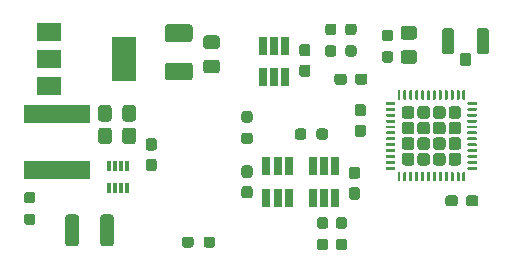
<source format=gbr>
%TF.GenerationSoftware,KiCad,Pcbnew,(5.1.9)-1*%
%TF.CreationDate,2021-05-08T20:51:41+01:00*%
%TF.ProjectId,TSDZ2-ESP32-Alt,5453445a-322d-4455-9350-33322d416c74,A*%
%TF.SameCoordinates,Original*%
%TF.FileFunction,Paste,Top*%
%TF.FilePolarity,Positive*%
%FSLAX46Y46*%
G04 Gerber Fmt 4.6, Leading zero omitted, Abs format (unit mm)*
G04 Created by KiCad (PCBNEW (5.1.9)-1) date 2021-05-08 20:51:41*
%MOMM*%
%LPD*%
G01*
G04 APERTURE LIST*
%ADD10R,2.000000X1.500000*%
%ADD11R,2.000000X3.800000*%
%ADD12R,0.650000X1.560000*%
%ADD13R,0.300000X0.850000*%
%ADD14R,5.700000X1.600000*%
G04 APERTURE END LIST*
D10*
%TO.C,U2*%
X132550000Y-89500000D03*
X132550000Y-94100000D03*
X132550000Y-91800000D03*
D11*
X138850000Y-91800000D03*
%TD*%
%TO.C,R9*%
G36*
G01*
X130662500Y-104875000D02*
X131137500Y-104875000D01*
G75*
G02*
X131375000Y-105112500I0J-237500D01*
G01*
X131375000Y-105612500D01*
G75*
G02*
X131137500Y-105850000I-237500J0D01*
G01*
X130662500Y-105850000D01*
G75*
G02*
X130425000Y-105612500I0J237500D01*
G01*
X130425000Y-105112500D01*
G75*
G02*
X130662500Y-104875000I237500J0D01*
G01*
G37*
G36*
G01*
X130662500Y-103050000D02*
X131137500Y-103050000D01*
G75*
G02*
X131375000Y-103287500I0J-237500D01*
G01*
X131375000Y-103787500D01*
G75*
G02*
X131137500Y-104025000I-237500J0D01*
G01*
X130662500Y-104025000D01*
G75*
G02*
X130425000Y-103787500I0J237500D01*
G01*
X130425000Y-103287500D01*
G75*
G02*
X130662500Y-103050000I237500J0D01*
G01*
G37*
%TD*%
%TO.C,R8*%
G36*
G01*
X149537500Y-97175000D02*
X149062500Y-97175000D01*
G75*
G02*
X148825000Y-96937500I0J237500D01*
G01*
X148825000Y-96437500D01*
G75*
G02*
X149062500Y-96200000I237500J0D01*
G01*
X149537500Y-96200000D01*
G75*
G02*
X149775000Y-96437500I0J-237500D01*
G01*
X149775000Y-96937500D01*
G75*
G02*
X149537500Y-97175000I-237500J0D01*
G01*
G37*
G36*
G01*
X149537500Y-99000000D02*
X149062500Y-99000000D01*
G75*
G02*
X148825000Y-98762500I0J237500D01*
G01*
X148825000Y-98262500D01*
G75*
G02*
X149062500Y-98025000I237500J0D01*
G01*
X149537500Y-98025000D01*
G75*
G02*
X149775000Y-98262500I0J-237500D01*
G01*
X149775000Y-98762500D01*
G75*
G02*
X149537500Y-99000000I-237500J0D01*
G01*
G37*
%TD*%
%TO.C,J1*%
G36*
G01*
X167300000Y-92200000D02*
X167300000Y-91450000D01*
G75*
G02*
X167450000Y-91300000I150000J0D01*
G01*
X168150000Y-91300000D01*
G75*
G02*
X168300000Y-91450000I0J-150000D01*
G01*
X168300000Y-92200000D01*
G75*
G02*
X168150000Y-92350000I-150000J0D01*
G01*
X167450000Y-92350000D01*
G75*
G02*
X167300000Y-92200000I0J150000D01*
G01*
G37*
G36*
G01*
X165800000Y-91242500D02*
X165800000Y-89357500D01*
G75*
G02*
X165957500Y-89200000I157500J0D01*
G01*
X166692500Y-89200000D01*
G75*
G02*
X166850000Y-89357500I0J-157500D01*
G01*
X166850000Y-91242500D01*
G75*
G02*
X166692500Y-91400000I-157500J0D01*
G01*
X165957500Y-91400000D01*
G75*
G02*
X165800000Y-91242500I0J157500D01*
G01*
G37*
G36*
G01*
X168750000Y-91242500D02*
X168750000Y-89357500D01*
G75*
G02*
X168907500Y-89200000I157500J0D01*
G01*
X169642500Y-89200000D01*
G75*
G02*
X169800000Y-89357500I0J-157500D01*
G01*
X169800000Y-91242500D01*
G75*
G02*
X169642500Y-91400000I-157500J0D01*
G01*
X168907500Y-91400000D01*
G75*
G02*
X168750000Y-91242500I0J157500D01*
G01*
G37*
%TD*%
D12*
%TO.C,U8*%
X155800000Y-103550000D03*
X156750000Y-103550000D03*
X154850000Y-103550000D03*
X154850000Y-100850000D03*
X155800000Y-100850000D03*
X156750000Y-100850000D03*
%TD*%
%TO.C,U4*%
X151900000Y-100850000D03*
X150950000Y-100850000D03*
X152850000Y-100850000D03*
X152850000Y-103550000D03*
X151900000Y-103550000D03*
X150950000Y-103550000D03*
%TD*%
%TO.C,C2*%
G36*
G01*
X149062500Y-102550000D02*
X149537500Y-102550000D01*
G75*
G02*
X149775000Y-102787500I0J-237500D01*
G01*
X149775000Y-103362500D01*
G75*
G02*
X149537500Y-103600000I-237500J0D01*
G01*
X149062500Y-103600000D01*
G75*
G02*
X148825000Y-103362500I0J237500D01*
G01*
X148825000Y-102787500D01*
G75*
G02*
X149062500Y-102550000I237500J0D01*
G01*
G37*
G36*
G01*
X149062500Y-100800000D02*
X149537500Y-100800000D01*
G75*
G02*
X149775000Y-101037500I0J-237500D01*
G01*
X149775000Y-101612500D01*
G75*
G02*
X149537500Y-101850000I-237500J0D01*
G01*
X149062500Y-101850000D01*
G75*
G02*
X148825000Y-101612500I0J237500D01*
G01*
X148825000Y-101037500D01*
G75*
G02*
X149062500Y-100800000I237500J0D01*
G01*
G37*
%TD*%
%TO.C,R7*%
G36*
G01*
X155462500Y-107025000D02*
X155937500Y-107025000D01*
G75*
G02*
X156175000Y-107262500I0J-237500D01*
G01*
X156175000Y-107762500D01*
G75*
G02*
X155937500Y-108000000I-237500J0D01*
G01*
X155462500Y-108000000D01*
G75*
G02*
X155225000Y-107762500I0J237500D01*
G01*
X155225000Y-107262500D01*
G75*
G02*
X155462500Y-107025000I237500J0D01*
G01*
G37*
G36*
G01*
X155462500Y-105200000D02*
X155937500Y-105200000D01*
G75*
G02*
X156175000Y-105437500I0J-237500D01*
G01*
X156175000Y-105937500D01*
G75*
G02*
X155937500Y-106175000I-237500J0D01*
G01*
X155462500Y-106175000D01*
G75*
G02*
X155225000Y-105937500I0J237500D01*
G01*
X155225000Y-105437500D01*
G75*
G02*
X155462500Y-105200000I237500J0D01*
G01*
G37*
%TD*%
%TO.C,C14*%
G36*
G01*
X158637500Y-101950000D02*
X158162500Y-101950000D01*
G75*
G02*
X157925000Y-101712500I0J237500D01*
G01*
X157925000Y-101137500D01*
G75*
G02*
X158162500Y-100900000I237500J0D01*
G01*
X158637500Y-100900000D01*
G75*
G02*
X158875000Y-101137500I0J-237500D01*
G01*
X158875000Y-101712500D01*
G75*
G02*
X158637500Y-101950000I-237500J0D01*
G01*
G37*
G36*
G01*
X158637500Y-103700000D02*
X158162500Y-103700000D01*
G75*
G02*
X157925000Y-103462500I0J237500D01*
G01*
X157925000Y-102887500D01*
G75*
G02*
X158162500Y-102650000I237500J0D01*
G01*
X158637500Y-102650000D01*
G75*
G02*
X158875000Y-102887500I0J-237500D01*
G01*
X158875000Y-103462500D01*
G75*
G02*
X158637500Y-103700000I-237500J0D01*
G01*
G37*
%TD*%
%TO.C,C3*%
G36*
G01*
X136875000Y-107400001D02*
X136875000Y-105199999D01*
G75*
G02*
X137124999Y-104950000I249999J0D01*
G01*
X137775001Y-104950000D01*
G75*
G02*
X138025000Y-105199999I0J-249999D01*
G01*
X138025000Y-107400001D01*
G75*
G02*
X137775001Y-107650000I-249999J0D01*
G01*
X137124999Y-107650000D01*
G75*
G02*
X136875000Y-107400001I0J249999D01*
G01*
G37*
G36*
G01*
X133925000Y-107400001D02*
X133925000Y-105199999D01*
G75*
G02*
X134174999Y-104950000I249999J0D01*
G01*
X134825001Y-104950000D01*
G75*
G02*
X135075000Y-105199999I0J-249999D01*
G01*
X135075000Y-107400001D01*
G75*
G02*
X134825001Y-107650000I-249999J0D01*
G01*
X134174999Y-107650000D01*
G75*
G02*
X133925000Y-107400001I0J249999D01*
G01*
G37*
%TD*%
%TO.C,C1*%
G36*
G01*
X163450001Y-90150000D02*
X162549999Y-90150000D01*
G75*
G02*
X162300000Y-89900001I0J249999D01*
G01*
X162300000Y-89249999D01*
G75*
G02*
X162549999Y-89000000I249999J0D01*
G01*
X163450001Y-89000000D01*
G75*
G02*
X163700000Y-89249999I0J-249999D01*
G01*
X163700000Y-89900001D01*
G75*
G02*
X163450001Y-90150000I-249999J0D01*
G01*
G37*
G36*
G01*
X163450001Y-92200000D02*
X162549999Y-92200000D01*
G75*
G02*
X162300000Y-91950001I0J249999D01*
G01*
X162300000Y-91299999D01*
G75*
G02*
X162549999Y-91050000I249999J0D01*
G01*
X163450001Y-91050000D01*
G75*
G02*
X163700000Y-91299999I0J-249999D01*
G01*
X163700000Y-91950001D01*
G75*
G02*
X163450001Y-92200000I-249999J0D01*
G01*
G37*
%TD*%
D13*
%TO.C,U7*%
X137650000Y-100850000D03*
X138150000Y-100850000D03*
X138650000Y-100850000D03*
X139150000Y-100850000D03*
X139150000Y-102750000D03*
X138650000Y-102750000D03*
X138150000Y-102750000D03*
X137650000Y-102750000D03*
%TD*%
D14*
%TO.C,L1*%
X133200000Y-96450000D03*
X133200000Y-101150000D03*
%TD*%
%TO.C,C13*%
G36*
G01*
X138750000Y-98750450D02*
X138750000Y-97849550D01*
G75*
G02*
X138999550Y-97600000I249550J0D01*
G01*
X139650450Y-97600000D01*
G75*
G02*
X139900000Y-97849550I0J-249550D01*
G01*
X139900000Y-98750450D01*
G75*
G02*
X139650450Y-99000000I-249550J0D01*
G01*
X138999550Y-99000000D01*
G75*
G02*
X138750000Y-98750450I0J249550D01*
G01*
G37*
G36*
G01*
X136700000Y-98750450D02*
X136700000Y-97849550D01*
G75*
G02*
X136949550Y-97600000I249550J0D01*
G01*
X137600450Y-97600000D01*
G75*
G02*
X137850000Y-97849550I0J-249550D01*
G01*
X137850000Y-98750450D01*
G75*
G02*
X137600450Y-99000000I-249550J0D01*
G01*
X136949550Y-99000000D01*
G75*
G02*
X136700000Y-98750450I0J249550D01*
G01*
G37*
%TD*%
%TO.C,C12*%
G36*
G01*
X138750000Y-96850450D02*
X138750000Y-95949550D01*
G75*
G02*
X138999550Y-95700000I249550J0D01*
G01*
X139650450Y-95700000D01*
G75*
G02*
X139900000Y-95949550I0J-249550D01*
G01*
X139900000Y-96850450D01*
G75*
G02*
X139650450Y-97100000I-249550J0D01*
G01*
X138999550Y-97100000D01*
G75*
G02*
X138750000Y-96850450I0J249550D01*
G01*
G37*
G36*
G01*
X136700000Y-96850450D02*
X136700000Y-95949550D01*
G75*
G02*
X136949550Y-95700000I249550J0D01*
G01*
X137600450Y-95700000D01*
G75*
G02*
X137850000Y-95949550I0J-249550D01*
G01*
X137850000Y-96850450D01*
G75*
G02*
X137600450Y-97100000I-249550J0D01*
G01*
X136949550Y-97100000D01*
G75*
G02*
X136700000Y-96850450I0J249550D01*
G01*
G37*
%TD*%
%TO.C,C11*%
G36*
G01*
X141437500Y-99550000D02*
X140962500Y-99550000D01*
G75*
G02*
X140725000Y-99312500I0J237500D01*
G01*
X140725000Y-98737500D01*
G75*
G02*
X140962500Y-98500000I237500J0D01*
G01*
X141437500Y-98500000D01*
G75*
G02*
X141675000Y-98737500I0J-237500D01*
G01*
X141675000Y-99312500D01*
G75*
G02*
X141437500Y-99550000I-237500J0D01*
G01*
G37*
G36*
G01*
X141437500Y-101300000D02*
X140962500Y-101300000D01*
G75*
G02*
X140725000Y-101062500I0J237500D01*
G01*
X140725000Y-100487500D01*
G75*
G02*
X140962500Y-100250000I237500J0D01*
G01*
X141437500Y-100250000D01*
G75*
G02*
X141675000Y-100487500I0J-237500D01*
G01*
X141675000Y-101062500D01*
G75*
G02*
X141437500Y-101300000I-237500J0D01*
G01*
G37*
%TD*%
D12*
%TO.C,U1*%
X151600000Y-90650000D03*
X150650000Y-90650000D03*
X152550000Y-90650000D03*
X152550000Y-93350000D03*
X151600000Y-93350000D03*
X150650000Y-93350000D03*
%TD*%
%TO.C,U5*%
G36*
G01*
X162655000Y-99745000D02*
X163225000Y-99745000D01*
G75*
G02*
X163475000Y-99995000I0J-250000D01*
G01*
X163475000Y-100565000D01*
G75*
G02*
X163225000Y-100815000I-250000J0D01*
G01*
X162655000Y-100815000D01*
G75*
G02*
X162405000Y-100565000I0J250000D01*
G01*
X162405000Y-99995000D01*
G75*
G02*
X162655000Y-99745000I250000J0D01*
G01*
G37*
G36*
G01*
X163975000Y-99745000D02*
X164545000Y-99745000D01*
G75*
G02*
X164795000Y-99995000I0J-250000D01*
G01*
X164795000Y-100565000D01*
G75*
G02*
X164545000Y-100815000I-250000J0D01*
G01*
X163975000Y-100815000D01*
G75*
G02*
X163725000Y-100565000I0J250000D01*
G01*
X163725000Y-99995000D01*
G75*
G02*
X163975000Y-99745000I250000J0D01*
G01*
G37*
G36*
G01*
X165295000Y-99745000D02*
X165865000Y-99745000D01*
G75*
G02*
X166115000Y-99995000I0J-250000D01*
G01*
X166115000Y-100565000D01*
G75*
G02*
X165865000Y-100815000I-250000J0D01*
G01*
X165295000Y-100815000D01*
G75*
G02*
X165045000Y-100565000I0J250000D01*
G01*
X165045000Y-99995000D01*
G75*
G02*
X165295000Y-99745000I250000J0D01*
G01*
G37*
G36*
G01*
X166615000Y-99745000D02*
X167185000Y-99745000D01*
G75*
G02*
X167435000Y-99995000I0J-250000D01*
G01*
X167435000Y-100565000D01*
G75*
G02*
X167185000Y-100815000I-250000J0D01*
G01*
X166615000Y-100815000D01*
G75*
G02*
X166365000Y-100565000I0J250000D01*
G01*
X166365000Y-99995000D01*
G75*
G02*
X166615000Y-99745000I250000J0D01*
G01*
G37*
G36*
G01*
X162655000Y-98425000D02*
X163225000Y-98425000D01*
G75*
G02*
X163475000Y-98675000I0J-250000D01*
G01*
X163475000Y-99245000D01*
G75*
G02*
X163225000Y-99495000I-250000J0D01*
G01*
X162655000Y-99495000D01*
G75*
G02*
X162405000Y-99245000I0J250000D01*
G01*
X162405000Y-98675000D01*
G75*
G02*
X162655000Y-98425000I250000J0D01*
G01*
G37*
G36*
G01*
X163975000Y-98425000D02*
X164545000Y-98425000D01*
G75*
G02*
X164795000Y-98675000I0J-250000D01*
G01*
X164795000Y-99245000D01*
G75*
G02*
X164545000Y-99495000I-250000J0D01*
G01*
X163975000Y-99495000D01*
G75*
G02*
X163725000Y-99245000I0J250000D01*
G01*
X163725000Y-98675000D01*
G75*
G02*
X163975000Y-98425000I250000J0D01*
G01*
G37*
G36*
G01*
X165295000Y-98425000D02*
X165865000Y-98425000D01*
G75*
G02*
X166115000Y-98675000I0J-250000D01*
G01*
X166115000Y-99245000D01*
G75*
G02*
X165865000Y-99495000I-250000J0D01*
G01*
X165295000Y-99495000D01*
G75*
G02*
X165045000Y-99245000I0J250000D01*
G01*
X165045000Y-98675000D01*
G75*
G02*
X165295000Y-98425000I250000J0D01*
G01*
G37*
G36*
G01*
X166615000Y-98425000D02*
X167185000Y-98425000D01*
G75*
G02*
X167435000Y-98675000I0J-250000D01*
G01*
X167435000Y-99245000D01*
G75*
G02*
X167185000Y-99495000I-250000J0D01*
G01*
X166615000Y-99495000D01*
G75*
G02*
X166365000Y-99245000I0J250000D01*
G01*
X166365000Y-98675000D01*
G75*
G02*
X166615000Y-98425000I250000J0D01*
G01*
G37*
G36*
G01*
X162655000Y-97105000D02*
X163225000Y-97105000D01*
G75*
G02*
X163475000Y-97355000I0J-250000D01*
G01*
X163475000Y-97925000D01*
G75*
G02*
X163225000Y-98175000I-250000J0D01*
G01*
X162655000Y-98175000D01*
G75*
G02*
X162405000Y-97925000I0J250000D01*
G01*
X162405000Y-97355000D01*
G75*
G02*
X162655000Y-97105000I250000J0D01*
G01*
G37*
G36*
G01*
X163975000Y-97105000D02*
X164545000Y-97105000D01*
G75*
G02*
X164795000Y-97355000I0J-250000D01*
G01*
X164795000Y-97925000D01*
G75*
G02*
X164545000Y-98175000I-250000J0D01*
G01*
X163975000Y-98175000D01*
G75*
G02*
X163725000Y-97925000I0J250000D01*
G01*
X163725000Y-97355000D01*
G75*
G02*
X163975000Y-97105000I250000J0D01*
G01*
G37*
G36*
G01*
X165295000Y-97105000D02*
X165865000Y-97105000D01*
G75*
G02*
X166115000Y-97355000I0J-250000D01*
G01*
X166115000Y-97925000D01*
G75*
G02*
X165865000Y-98175000I-250000J0D01*
G01*
X165295000Y-98175000D01*
G75*
G02*
X165045000Y-97925000I0J250000D01*
G01*
X165045000Y-97355000D01*
G75*
G02*
X165295000Y-97105000I250000J0D01*
G01*
G37*
G36*
G01*
X166615000Y-97105000D02*
X167185000Y-97105000D01*
G75*
G02*
X167435000Y-97355000I0J-250000D01*
G01*
X167435000Y-97925000D01*
G75*
G02*
X167185000Y-98175000I-250000J0D01*
G01*
X166615000Y-98175000D01*
G75*
G02*
X166365000Y-97925000I0J250000D01*
G01*
X166365000Y-97355000D01*
G75*
G02*
X166615000Y-97105000I250000J0D01*
G01*
G37*
G36*
G01*
X162655000Y-95785000D02*
X163225000Y-95785000D01*
G75*
G02*
X163475000Y-96035000I0J-250000D01*
G01*
X163475000Y-96605000D01*
G75*
G02*
X163225000Y-96855000I-250000J0D01*
G01*
X162655000Y-96855000D01*
G75*
G02*
X162405000Y-96605000I0J250000D01*
G01*
X162405000Y-96035000D01*
G75*
G02*
X162655000Y-95785000I250000J0D01*
G01*
G37*
G36*
G01*
X163975000Y-95785000D02*
X164545000Y-95785000D01*
G75*
G02*
X164795000Y-96035000I0J-250000D01*
G01*
X164795000Y-96605000D01*
G75*
G02*
X164545000Y-96855000I-250000J0D01*
G01*
X163975000Y-96855000D01*
G75*
G02*
X163725000Y-96605000I0J250000D01*
G01*
X163725000Y-96035000D01*
G75*
G02*
X163975000Y-95785000I250000J0D01*
G01*
G37*
G36*
G01*
X165295000Y-95785000D02*
X165865000Y-95785000D01*
G75*
G02*
X166115000Y-96035000I0J-250000D01*
G01*
X166115000Y-96605000D01*
G75*
G02*
X165865000Y-96855000I-250000J0D01*
G01*
X165295000Y-96855000D01*
G75*
G02*
X165045000Y-96605000I0J250000D01*
G01*
X165045000Y-96035000D01*
G75*
G02*
X165295000Y-95785000I250000J0D01*
G01*
G37*
G36*
G01*
X166615000Y-95785000D02*
X167185000Y-95785000D01*
G75*
G02*
X167435000Y-96035000I0J-250000D01*
G01*
X167435000Y-96605000D01*
G75*
G02*
X167185000Y-96855000I-250000J0D01*
G01*
X166615000Y-96855000D01*
G75*
G02*
X166365000Y-96605000I0J250000D01*
G01*
X166365000Y-96035000D01*
G75*
G02*
X166615000Y-95785000I250000J0D01*
G01*
G37*
G36*
G01*
X168032500Y-95425000D02*
X168707500Y-95425000D01*
G75*
G02*
X168770000Y-95487500I0J-62500D01*
G01*
X168770000Y-95612500D01*
G75*
G02*
X168707500Y-95675000I-62500J0D01*
G01*
X168032500Y-95675000D01*
G75*
G02*
X167970000Y-95612500I0J62500D01*
G01*
X167970000Y-95487500D01*
G75*
G02*
X168032500Y-95425000I62500J0D01*
G01*
G37*
G36*
G01*
X168032500Y-95925000D02*
X168707500Y-95925000D01*
G75*
G02*
X168770000Y-95987500I0J-62500D01*
G01*
X168770000Y-96112500D01*
G75*
G02*
X168707500Y-96175000I-62500J0D01*
G01*
X168032500Y-96175000D01*
G75*
G02*
X167970000Y-96112500I0J62500D01*
G01*
X167970000Y-95987500D01*
G75*
G02*
X168032500Y-95925000I62500J0D01*
G01*
G37*
G36*
G01*
X168032500Y-96425000D02*
X168707500Y-96425000D01*
G75*
G02*
X168770000Y-96487500I0J-62500D01*
G01*
X168770000Y-96612500D01*
G75*
G02*
X168707500Y-96675000I-62500J0D01*
G01*
X168032500Y-96675000D01*
G75*
G02*
X167970000Y-96612500I0J62500D01*
G01*
X167970000Y-96487500D01*
G75*
G02*
X168032500Y-96425000I62500J0D01*
G01*
G37*
G36*
G01*
X168032500Y-96925000D02*
X168707500Y-96925000D01*
G75*
G02*
X168770000Y-96987500I0J-62500D01*
G01*
X168770000Y-97112500D01*
G75*
G02*
X168707500Y-97175000I-62500J0D01*
G01*
X168032500Y-97175000D01*
G75*
G02*
X167970000Y-97112500I0J62500D01*
G01*
X167970000Y-96987500D01*
G75*
G02*
X168032500Y-96925000I62500J0D01*
G01*
G37*
G36*
G01*
X168032500Y-97425000D02*
X168707500Y-97425000D01*
G75*
G02*
X168770000Y-97487500I0J-62500D01*
G01*
X168770000Y-97612500D01*
G75*
G02*
X168707500Y-97675000I-62500J0D01*
G01*
X168032500Y-97675000D01*
G75*
G02*
X167970000Y-97612500I0J62500D01*
G01*
X167970000Y-97487500D01*
G75*
G02*
X168032500Y-97425000I62500J0D01*
G01*
G37*
G36*
G01*
X168032500Y-97925000D02*
X168707500Y-97925000D01*
G75*
G02*
X168770000Y-97987500I0J-62500D01*
G01*
X168770000Y-98112500D01*
G75*
G02*
X168707500Y-98175000I-62500J0D01*
G01*
X168032500Y-98175000D01*
G75*
G02*
X167970000Y-98112500I0J62500D01*
G01*
X167970000Y-97987500D01*
G75*
G02*
X168032500Y-97925000I62500J0D01*
G01*
G37*
G36*
G01*
X168032500Y-98425000D02*
X168707500Y-98425000D01*
G75*
G02*
X168770000Y-98487500I0J-62500D01*
G01*
X168770000Y-98612500D01*
G75*
G02*
X168707500Y-98675000I-62500J0D01*
G01*
X168032500Y-98675000D01*
G75*
G02*
X167970000Y-98612500I0J62500D01*
G01*
X167970000Y-98487500D01*
G75*
G02*
X168032500Y-98425000I62500J0D01*
G01*
G37*
G36*
G01*
X168032500Y-98925000D02*
X168707500Y-98925000D01*
G75*
G02*
X168770000Y-98987500I0J-62500D01*
G01*
X168770000Y-99112500D01*
G75*
G02*
X168707500Y-99175000I-62500J0D01*
G01*
X168032500Y-99175000D01*
G75*
G02*
X167970000Y-99112500I0J62500D01*
G01*
X167970000Y-98987500D01*
G75*
G02*
X168032500Y-98925000I62500J0D01*
G01*
G37*
G36*
G01*
X168032500Y-99425000D02*
X168707500Y-99425000D01*
G75*
G02*
X168770000Y-99487500I0J-62500D01*
G01*
X168770000Y-99612500D01*
G75*
G02*
X168707500Y-99675000I-62500J0D01*
G01*
X168032500Y-99675000D01*
G75*
G02*
X167970000Y-99612500I0J62500D01*
G01*
X167970000Y-99487500D01*
G75*
G02*
X168032500Y-99425000I62500J0D01*
G01*
G37*
G36*
G01*
X168032500Y-99925000D02*
X168707500Y-99925000D01*
G75*
G02*
X168770000Y-99987500I0J-62500D01*
G01*
X168770000Y-100112500D01*
G75*
G02*
X168707500Y-100175000I-62500J0D01*
G01*
X168032500Y-100175000D01*
G75*
G02*
X167970000Y-100112500I0J62500D01*
G01*
X167970000Y-99987500D01*
G75*
G02*
X168032500Y-99925000I62500J0D01*
G01*
G37*
G36*
G01*
X168032500Y-100425000D02*
X168707500Y-100425000D01*
G75*
G02*
X168770000Y-100487500I0J-62500D01*
G01*
X168770000Y-100612500D01*
G75*
G02*
X168707500Y-100675000I-62500J0D01*
G01*
X168032500Y-100675000D01*
G75*
G02*
X167970000Y-100612500I0J62500D01*
G01*
X167970000Y-100487500D01*
G75*
G02*
X168032500Y-100425000I62500J0D01*
G01*
G37*
G36*
G01*
X168032500Y-100925000D02*
X168707500Y-100925000D01*
G75*
G02*
X168770000Y-100987500I0J-62500D01*
G01*
X168770000Y-101112500D01*
G75*
G02*
X168707500Y-101175000I-62500J0D01*
G01*
X168032500Y-101175000D01*
G75*
G02*
X167970000Y-101112500I0J62500D01*
G01*
X167970000Y-100987500D01*
G75*
G02*
X168032500Y-100925000I62500J0D01*
G01*
G37*
G36*
G01*
X167607500Y-101350000D02*
X167732500Y-101350000D01*
G75*
G02*
X167795000Y-101412500I0J-62500D01*
G01*
X167795000Y-102087500D01*
G75*
G02*
X167732500Y-102150000I-62500J0D01*
G01*
X167607500Y-102150000D01*
G75*
G02*
X167545000Y-102087500I0J62500D01*
G01*
X167545000Y-101412500D01*
G75*
G02*
X167607500Y-101350000I62500J0D01*
G01*
G37*
G36*
G01*
X167107500Y-101350000D02*
X167232500Y-101350000D01*
G75*
G02*
X167295000Y-101412500I0J-62500D01*
G01*
X167295000Y-102087500D01*
G75*
G02*
X167232500Y-102150000I-62500J0D01*
G01*
X167107500Y-102150000D01*
G75*
G02*
X167045000Y-102087500I0J62500D01*
G01*
X167045000Y-101412500D01*
G75*
G02*
X167107500Y-101350000I62500J0D01*
G01*
G37*
G36*
G01*
X166607500Y-101350000D02*
X166732500Y-101350000D01*
G75*
G02*
X166795000Y-101412500I0J-62500D01*
G01*
X166795000Y-102087500D01*
G75*
G02*
X166732500Y-102150000I-62500J0D01*
G01*
X166607500Y-102150000D01*
G75*
G02*
X166545000Y-102087500I0J62500D01*
G01*
X166545000Y-101412500D01*
G75*
G02*
X166607500Y-101350000I62500J0D01*
G01*
G37*
G36*
G01*
X166107500Y-101350000D02*
X166232500Y-101350000D01*
G75*
G02*
X166295000Y-101412500I0J-62500D01*
G01*
X166295000Y-102087500D01*
G75*
G02*
X166232500Y-102150000I-62500J0D01*
G01*
X166107500Y-102150000D01*
G75*
G02*
X166045000Y-102087500I0J62500D01*
G01*
X166045000Y-101412500D01*
G75*
G02*
X166107500Y-101350000I62500J0D01*
G01*
G37*
G36*
G01*
X165607500Y-101350000D02*
X165732500Y-101350000D01*
G75*
G02*
X165795000Y-101412500I0J-62500D01*
G01*
X165795000Y-102087500D01*
G75*
G02*
X165732500Y-102150000I-62500J0D01*
G01*
X165607500Y-102150000D01*
G75*
G02*
X165545000Y-102087500I0J62500D01*
G01*
X165545000Y-101412500D01*
G75*
G02*
X165607500Y-101350000I62500J0D01*
G01*
G37*
G36*
G01*
X165107500Y-101350000D02*
X165232500Y-101350000D01*
G75*
G02*
X165295000Y-101412500I0J-62500D01*
G01*
X165295000Y-102087500D01*
G75*
G02*
X165232500Y-102150000I-62500J0D01*
G01*
X165107500Y-102150000D01*
G75*
G02*
X165045000Y-102087500I0J62500D01*
G01*
X165045000Y-101412500D01*
G75*
G02*
X165107500Y-101350000I62500J0D01*
G01*
G37*
G36*
G01*
X164607500Y-101350000D02*
X164732500Y-101350000D01*
G75*
G02*
X164795000Y-101412500I0J-62500D01*
G01*
X164795000Y-102087500D01*
G75*
G02*
X164732500Y-102150000I-62500J0D01*
G01*
X164607500Y-102150000D01*
G75*
G02*
X164545000Y-102087500I0J62500D01*
G01*
X164545000Y-101412500D01*
G75*
G02*
X164607500Y-101350000I62500J0D01*
G01*
G37*
G36*
G01*
X164107500Y-101350000D02*
X164232500Y-101350000D01*
G75*
G02*
X164295000Y-101412500I0J-62500D01*
G01*
X164295000Y-102087500D01*
G75*
G02*
X164232500Y-102150000I-62500J0D01*
G01*
X164107500Y-102150000D01*
G75*
G02*
X164045000Y-102087500I0J62500D01*
G01*
X164045000Y-101412500D01*
G75*
G02*
X164107500Y-101350000I62500J0D01*
G01*
G37*
G36*
G01*
X163607500Y-101350000D02*
X163732500Y-101350000D01*
G75*
G02*
X163795000Y-101412500I0J-62500D01*
G01*
X163795000Y-102087500D01*
G75*
G02*
X163732500Y-102150000I-62500J0D01*
G01*
X163607500Y-102150000D01*
G75*
G02*
X163545000Y-102087500I0J62500D01*
G01*
X163545000Y-101412500D01*
G75*
G02*
X163607500Y-101350000I62500J0D01*
G01*
G37*
G36*
G01*
X163107500Y-101350000D02*
X163232500Y-101350000D01*
G75*
G02*
X163295000Y-101412500I0J-62500D01*
G01*
X163295000Y-102087500D01*
G75*
G02*
X163232500Y-102150000I-62500J0D01*
G01*
X163107500Y-102150000D01*
G75*
G02*
X163045000Y-102087500I0J62500D01*
G01*
X163045000Y-101412500D01*
G75*
G02*
X163107500Y-101350000I62500J0D01*
G01*
G37*
G36*
G01*
X162607500Y-101350000D02*
X162732500Y-101350000D01*
G75*
G02*
X162795000Y-101412500I0J-62500D01*
G01*
X162795000Y-102087500D01*
G75*
G02*
X162732500Y-102150000I-62500J0D01*
G01*
X162607500Y-102150000D01*
G75*
G02*
X162545000Y-102087500I0J62500D01*
G01*
X162545000Y-101412500D01*
G75*
G02*
X162607500Y-101350000I62500J0D01*
G01*
G37*
G36*
G01*
X162107500Y-101350000D02*
X162232500Y-101350000D01*
G75*
G02*
X162295000Y-101412500I0J-62500D01*
G01*
X162295000Y-102087500D01*
G75*
G02*
X162232500Y-102150000I-62500J0D01*
G01*
X162107500Y-102150000D01*
G75*
G02*
X162045000Y-102087500I0J62500D01*
G01*
X162045000Y-101412500D01*
G75*
G02*
X162107500Y-101350000I62500J0D01*
G01*
G37*
G36*
G01*
X161132500Y-100925000D02*
X161807500Y-100925000D01*
G75*
G02*
X161870000Y-100987500I0J-62500D01*
G01*
X161870000Y-101112500D01*
G75*
G02*
X161807500Y-101175000I-62500J0D01*
G01*
X161132500Y-101175000D01*
G75*
G02*
X161070000Y-101112500I0J62500D01*
G01*
X161070000Y-100987500D01*
G75*
G02*
X161132500Y-100925000I62500J0D01*
G01*
G37*
G36*
G01*
X161132500Y-100425000D02*
X161807500Y-100425000D01*
G75*
G02*
X161870000Y-100487500I0J-62500D01*
G01*
X161870000Y-100612500D01*
G75*
G02*
X161807500Y-100675000I-62500J0D01*
G01*
X161132500Y-100675000D01*
G75*
G02*
X161070000Y-100612500I0J62500D01*
G01*
X161070000Y-100487500D01*
G75*
G02*
X161132500Y-100425000I62500J0D01*
G01*
G37*
G36*
G01*
X161132500Y-99925000D02*
X161807500Y-99925000D01*
G75*
G02*
X161870000Y-99987500I0J-62500D01*
G01*
X161870000Y-100112500D01*
G75*
G02*
X161807500Y-100175000I-62500J0D01*
G01*
X161132500Y-100175000D01*
G75*
G02*
X161070000Y-100112500I0J62500D01*
G01*
X161070000Y-99987500D01*
G75*
G02*
X161132500Y-99925000I62500J0D01*
G01*
G37*
G36*
G01*
X161132500Y-99425000D02*
X161807500Y-99425000D01*
G75*
G02*
X161870000Y-99487500I0J-62500D01*
G01*
X161870000Y-99612500D01*
G75*
G02*
X161807500Y-99675000I-62500J0D01*
G01*
X161132500Y-99675000D01*
G75*
G02*
X161070000Y-99612500I0J62500D01*
G01*
X161070000Y-99487500D01*
G75*
G02*
X161132500Y-99425000I62500J0D01*
G01*
G37*
G36*
G01*
X161132500Y-98925000D02*
X161807500Y-98925000D01*
G75*
G02*
X161870000Y-98987500I0J-62500D01*
G01*
X161870000Y-99112500D01*
G75*
G02*
X161807500Y-99175000I-62500J0D01*
G01*
X161132500Y-99175000D01*
G75*
G02*
X161070000Y-99112500I0J62500D01*
G01*
X161070000Y-98987500D01*
G75*
G02*
X161132500Y-98925000I62500J0D01*
G01*
G37*
G36*
G01*
X161132500Y-98425000D02*
X161807500Y-98425000D01*
G75*
G02*
X161870000Y-98487500I0J-62500D01*
G01*
X161870000Y-98612500D01*
G75*
G02*
X161807500Y-98675000I-62500J0D01*
G01*
X161132500Y-98675000D01*
G75*
G02*
X161070000Y-98612500I0J62500D01*
G01*
X161070000Y-98487500D01*
G75*
G02*
X161132500Y-98425000I62500J0D01*
G01*
G37*
G36*
G01*
X161132500Y-97925000D02*
X161807500Y-97925000D01*
G75*
G02*
X161870000Y-97987500I0J-62500D01*
G01*
X161870000Y-98112500D01*
G75*
G02*
X161807500Y-98175000I-62500J0D01*
G01*
X161132500Y-98175000D01*
G75*
G02*
X161070000Y-98112500I0J62500D01*
G01*
X161070000Y-97987500D01*
G75*
G02*
X161132500Y-97925000I62500J0D01*
G01*
G37*
G36*
G01*
X161132500Y-97425000D02*
X161807500Y-97425000D01*
G75*
G02*
X161870000Y-97487500I0J-62500D01*
G01*
X161870000Y-97612500D01*
G75*
G02*
X161807500Y-97675000I-62500J0D01*
G01*
X161132500Y-97675000D01*
G75*
G02*
X161070000Y-97612500I0J62500D01*
G01*
X161070000Y-97487500D01*
G75*
G02*
X161132500Y-97425000I62500J0D01*
G01*
G37*
G36*
G01*
X161132500Y-96925000D02*
X161807500Y-96925000D01*
G75*
G02*
X161870000Y-96987500I0J-62500D01*
G01*
X161870000Y-97112500D01*
G75*
G02*
X161807500Y-97175000I-62500J0D01*
G01*
X161132500Y-97175000D01*
G75*
G02*
X161070000Y-97112500I0J62500D01*
G01*
X161070000Y-96987500D01*
G75*
G02*
X161132500Y-96925000I62500J0D01*
G01*
G37*
G36*
G01*
X161132500Y-96425000D02*
X161807500Y-96425000D01*
G75*
G02*
X161870000Y-96487500I0J-62500D01*
G01*
X161870000Y-96612500D01*
G75*
G02*
X161807500Y-96675000I-62500J0D01*
G01*
X161132500Y-96675000D01*
G75*
G02*
X161070000Y-96612500I0J62500D01*
G01*
X161070000Y-96487500D01*
G75*
G02*
X161132500Y-96425000I62500J0D01*
G01*
G37*
G36*
G01*
X161132500Y-95925000D02*
X161807500Y-95925000D01*
G75*
G02*
X161870000Y-95987500I0J-62500D01*
G01*
X161870000Y-96112500D01*
G75*
G02*
X161807500Y-96175000I-62500J0D01*
G01*
X161132500Y-96175000D01*
G75*
G02*
X161070000Y-96112500I0J62500D01*
G01*
X161070000Y-95987500D01*
G75*
G02*
X161132500Y-95925000I62500J0D01*
G01*
G37*
G36*
G01*
X161132500Y-95425000D02*
X161807500Y-95425000D01*
G75*
G02*
X161870000Y-95487500I0J-62500D01*
G01*
X161870000Y-95612500D01*
G75*
G02*
X161807500Y-95675000I-62500J0D01*
G01*
X161132500Y-95675000D01*
G75*
G02*
X161070000Y-95612500I0J62500D01*
G01*
X161070000Y-95487500D01*
G75*
G02*
X161132500Y-95425000I62500J0D01*
G01*
G37*
G36*
G01*
X162107500Y-94450000D02*
X162232500Y-94450000D01*
G75*
G02*
X162295000Y-94512500I0J-62500D01*
G01*
X162295000Y-95187500D01*
G75*
G02*
X162232500Y-95250000I-62500J0D01*
G01*
X162107500Y-95250000D01*
G75*
G02*
X162045000Y-95187500I0J62500D01*
G01*
X162045000Y-94512500D01*
G75*
G02*
X162107500Y-94450000I62500J0D01*
G01*
G37*
G36*
G01*
X162607500Y-94450000D02*
X162732500Y-94450000D01*
G75*
G02*
X162795000Y-94512500I0J-62500D01*
G01*
X162795000Y-95187500D01*
G75*
G02*
X162732500Y-95250000I-62500J0D01*
G01*
X162607500Y-95250000D01*
G75*
G02*
X162545000Y-95187500I0J62500D01*
G01*
X162545000Y-94512500D01*
G75*
G02*
X162607500Y-94450000I62500J0D01*
G01*
G37*
G36*
G01*
X163107500Y-94450000D02*
X163232500Y-94450000D01*
G75*
G02*
X163295000Y-94512500I0J-62500D01*
G01*
X163295000Y-95187500D01*
G75*
G02*
X163232500Y-95250000I-62500J0D01*
G01*
X163107500Y-95250000D01*
G75*
G02*
X163045000Y-95187500I0J62500D01*
G01*
X163045000Y-94512500D01*
G75*
G02*
X163107500Y-94450000I62500J0D01*
G01*
G37*
G36*
G01*
X163607500Y-94450000D02*
X163732500Y-94450000D01*
G75*
G02*
X163795000Y-94512500I0J-62500D01*
G01*
X163795000Y-95187500D01*
G75*
G02*
X163732500Y-95250000I-62500J0D01*
G01*
X163607500Y-95250000D01*
G75*
G02*
X163545000Y-95187500I0J62500D01*
G01*
X163545000Y-94512500D01*
G75*
G02*
X163607500Y-94450000I62500J0D01*
G01*
G37*
G36*
G01*
X164107500Y-94450000D02*
X164232500Y-94450000D01*
G75*
G02*
X164295000Y-94512500I0J-62500D01*
G01*
X164295000Y-95187500D01*
G75*
G02*
X164232500Y-95250000I-62500J0D01*
G01*
X164107500Y-95250000D01*
G75*
G02*
X164045000Y-95187500I0J62500D01*
G01*
X164045000Y-94512500D01*
G75*
G02*
X164107500Y-94450000I62500J0D01*
G01*
G37*
G36*
G01*
X164607500Y-94450000D02*
X164732500Y-94450000D01*
G75*
G02*
X164795000Y-94512500I0J-62500D01*
G01*
X164795000Y-95187500D01*
G75*
G02*
X164732500Y-95250000I-62500J0D01*
G01*
X164607500Y-95250000D01*
G75*
G02*
X164545000Y-95187500I0J62500D01*
G01*
X164545000Y-94512500D01*
G75*
G02*
X164607500Y-94450000I62500J0D01*
G01*
G37*
G36*
G01*
X165107500Y-94450000D02*
X165232500Y-94450000D01*
G75*
G02*
X165295000Y-94512500I0J-62500D01*
G01*
X165295000Y-95187500D01*
G75*
G02*
X165232500Y-95250000I-62500J0D01*
G01*
X165107500Y-95250000D01*
G75*
G02*
X165045000Y-95187500I0J62500D01*
G01*
X165045000Y-94512500D01*
G75*
G02*
X165107500Y-94450000I62500J0D01*
G01*
G37*
G36*
G01*
X165607500Y-94450000D02*
X165732500Y-94450000D01*
G75*
G02*
X165795000Y-94512500I0J-62500D01*
G01*
X165795000Y-95187500D01*
G75*
G02*
X165732500Y-95250000I-62500J0D01*
G01*
X165607500Y-95250000D01*
G75*
G02*
X165545000Y-95187500I0J62500D01*
G01*
X165545000Y-94512500D01*
G75*
G02*
X165607500Y-94450000I62500J0D01*
G01*
G37*
G36*
G01*
X166107500Y-94450000D02*
X166232500Y-94450000D01*
G75*
G02*
X166295000Y-94512500I0J-62500D01*
G01*
X166295000Y-95187500D01*
G75*
G02*
X166232500Y-95250000I-62500J0D01*
G01*
X166107500Y-95250000D01*
G75*
G02*
X166045000Y-95187500I0J62500D01*
G01*
X166045000Y-94512500D01*
G75*
G02*
X166107500Y-94450000I62500J0D01*
G01*
G37*
G36*
G01*
X166607500Y-94450000D02*
X166732500Y-94450000D01*
G75*
G02*
X166795000Y-94512500I0J-62500D01*
G01*
X166795000Y-95187500D01*
G75*
G02*
X166732500Y-95250000I-62500J0D01*
G01*
X166607500Y-95250000D01*
G75*
G02*
X166545000Y-95187500I0J62500D01*
G01*
X166545000Y-94512500D01*
G75*
G02*
X166607500Y-94450000I62500J0D01*
G01*
G37*
G36*
G01*
X167107500Y-94450000D02*
X167232500Y-94450000D01*
G75*
G02*
X167295000Y-94512500I0J-62500D01*
G01*
X167295000Y-95187500D01*
G75*
G02*
X167232500Y-95250000I-62500J0D01*
G01*
X167107500Y-95250000D01*
G75*
G02*
X167045000Y-95187500I0J62500D01*
G01*
X167045000Y-94512500D01*
G75*
G02*
X167107500Y-94450000I62500J0D01*
G01*
G37*
G36*
G01*
X167607500Y-94450000D02*
X167732500Y-94450000D01*
G75*
G02*
X167795000Y-94512500I0J-62500D01*
G01*
X167795000Y-95187500D01*
G75*
G02*
X167732500Y-95250000I-62500J0D01*
G01*
X167607500Y-95250000D01*
G75*
G02*
X167545000Y-95187500I0J62500D01*
G01*
X167545000Y-94512500D01*
G75*
G02*
X167607500Y-94450000I62500J0D01*
G01*
G37*
%TD*%
%TO.C,R6*%
G36*
G01*
X144775000Y-107062500D02*
X144775000Y-107537500D01*
G75*
G02*
X144537500Y-107775000I-237500J0D01*
G01*
X144037500Y-107775000D01*
G75*
G02*
X143800000Y-107537500I0J237500D01*
G01*
X143800000Y-107062500D01*
G75*
G02*
X144037500Y-106825000I237500J0D01*
G01*
X144537500Y-106825000D01*
G75*
G02*
X144775000Y-107062500I0J-237500D01*
G01*
G37*
G36*
G01*
X146600000Y-107062500D02*
X146600000Y-107537500D01*
G75*
G02*
X146362500Y-107775000I-237500J0D01*
G01*
X145862500Y-107775000D01*
G75*
G02*
X145625000Y-107537500I0J237500D01*
G01*
X145625000Y-107062500D01*
G75*
G02*
X145862500Y-106825000I237500J0D01*
G01*
X146362500Y-106825000D01*
G75*
G02*
X146600000Y-107062500I0J-237500D01*
G01*
G37*
%TD*%
%TO.C,R5*%
G36*
G01*
X157862500Y-90625000D02*
X158337500Y-90625000D01*
G75*
G02*
X158575000Y-90862500I0J-237500D01*
G01*
X158575000Y-91362500D01*
G75*
G02*
X158337500Y-91600000I-237500J0D01*
G01*
X157862500Y-91600000D01*
G75*
G02*
X157625000Y-91362500I0J237500D01*
G01*
X157625000Y-90862500D01*
G75*
G02*
X157862500Y-90625000I237500J0D01*
G01*
G37*
G36*
G01*
X157862500Y-88800000D02*
X158337500Y-88800000D01*
G75*
G02*
X158575000Y-89037500I0J-237500D01*
G01*
X158575000Y-89537500D01*
G75*
G02*
X158337500Y-89775000I-237500J0D01*
G01*
X157862500Y-89775000D01*
G75*
G02*
X157625000Y-89537500I0J237500D01*
G01*
X157625000Y-89037500D01*
G75*
G02*
X157862500Y-88800000I237500J0D01*
G01*
G37*
%TD*%
%TO.C,R4*%
G36*
G01*
X157062500Y-107025000D02*
X157537500Y-107025000D01*
G75*
G02*
X157775000Y-107262500I0J-237500D01*
G01*
X157775000Y-107762500D01*
G75*
G02*
X157537500Y-108000000I-237500J0D01*
G01*
X157062500Y-108000000D01*
G75*
G02*
X156825000Y-107762500I0J237500D01*
G01*
X156825000Y-107262500D01*
G75*
G02*
X157062500Y-107025000I237500J0D01*
G01*
G37*
G36*
G01*
X157062500Y-105200000D02*
X157537500Y-105200000D01*
G75*
G02*
X157775000Y-105437500I0J-237500D01*
G01*
X157775000Y-105937500D01*
G75*
G02*
X157537500Y-106175000I-237500J0D01*
G01*
X157062500Y-106175000D01*
G75*
G02*
X156825000Y-105937500I0J237500D01*
G01*
X156825000Y-105437500D01*
G75*
G02*
X157062500Y-105200000I237500J0D01*
G01*
G37*
%TD*%
%TO.C,R3*%
G36*
G01*
X156162500Y-90625000D02*
X156637500Y-90625000D01*
G75*
G02*
X156875000Y-90862500I0J-237500D01*
G01*
X156875000Y-91362500D01*
G75*
G02*
X156637500Y-91600000I-237500J0D01*
G01*
X156162500Y-91600000D01*
G75*
G02*
X155925000Y-91362500I0J237500D01*
G01*
X155925000Y-90862500D01*
G75*
G02*
X156162500Y-90625000I237500J0D01*
G01*
G37*
G36*
G01*
X156162500Y-88800000D02*
X156637500Y-88800000D01*
G75*
G02*
X156875000Y-89037500I0J-237500D01*
G01*
X156875000Y-89537500D01*
G75*
G02*
X156637500Y-89775000I-237500J0D01*
G01*
X156162500Y-89775000D01*
G75*
G02*
X155925000Y-89537500I0J237500D01*
G01*
X155925000Y-89037500D01*
G75*
G02*
X156162500Y-88800000I237500J0D01*
G01*
G37*
%TD*%
%TO.C,R2*%
G36*
G01*
X155175000Y-98387500D02*
X155175000Y-97912500D01*
G75*
G02*
X155412500Y-97675000I237500J0D01*
G01*
X155912500Y-97675000D01*
G75*
G02*
X156150000Y-97912500I0J-237500D01*
G01*
X156150000Y-98387500D01*
G75*
G02*
X155912500Y-98625000I-237500J0D01*
G01*
X155412500Y-98625000D01*
G75*
G02*
X155175000Y-98387500I0J237500D01*
G01*
G37*
G36*
G01*
X153350000Y-98387500D02*
X153350000Y-97912500D01*
G75*
G02*
X153587500Y-97675000I237500J0D01*
G01*
X154087500Y-97675000D01*
G75*
G02*
X154325000Y-97912500I0J-237500D01*
G01*
X154325000Y-98387500D01*
G75*
G02*
X154087500Y-98625000I-237500J0D01*
G01*
X153587500Y-98625000D01*
G75*
G02*
X153350000Y-98387500I0J237500D01*
G01*
G37*
%TD*%
%TO.C,R1*%
G36*
G01*
X160962500Y-91125000D02*
X161437500Y-91125000D01*
G75*
G02*
X161675000Y-91362500I0J-237500D01*
G01*
X161675000Y-91862500D01*
G75*
G02*
X161437500Y-92100000I-237500J0D01*
G01*
X160962500Y-92100000D01*
G75*
G02*
X160725000Y-91862500I0J237500D01*
G01*
X160725000Y-91362500D01*
G75*
G02*
X160962500Y-91125000I237500J0D01*
G01*
G37*
G36*
G01*
X160962500Y-89300000D02*
X161437500Y-89300000D01*
G75*
G02*
X161675000Y-89537500I0J-237500D01*
G01*
X161675000Y-90037500D01*
G75*
G02*
X161437500Y-90275000I-237500J0D01*
G01*
X160962500Y-90275000D01*
G75*
G02*
X160725000Y-90037500I0J237500D01*
G01*
X160725000Y-89537500D01*
G75*
G02*
X160962500Y-89300000I237500J0D01*
G01*
G37*
%TD*%
%TO.C,C10*%
G36*
G01*
X153962500Y-92275000D02*
X154437500Y-92275000D01*
G75*
G02*
X154675000Y-92512500I0J-237500D01*
G01*
X154675000Y-93087500D01*
G75*
G02*
X154437500Y-93325000I-237500J0D01*
G01*
X153962500Y-93325000D01*
G75*
G02*
X153725000Y-93087500I0J237500D01*
G01*
X153725000Y-92512500D01*
G75*
G02*
X153962500Y-92275000I237500J0D01*
G01*
G37*
G36*
G01*
X153962500Y-90525000D02*
X154437500Y-90525000D01*
G75*
G02*
X154675000Y-90762500I0J-237500D01*
G01*
X154675000Y-91337500D01*
G75*
G02*
X154437500Y-91575000I-237500J0D01*
G01*
X153962500Y-91575000D01*
G75*
G02*
X153725000Y-91337500I0J237500D01*
G01*
X153725000Y-90762500D01*
G75*
G02*
X153962500Y-90525000I237500J0D01*
G01*
G37*
%TD*%
%TO.C,C8*%
G36*
G01*
X158450000Y-93737500D02*
X158450000Y-93262500D01*
G75*
G02*
X158687500Y-93025000I237500J0D01*
G01*
X159262500Y-93025000D01*
G75*
G02*
X159500000Y-93262500I0J-237500D01*
G01*
X159500000Y-93737500D01*
G75*
G02*
X159262500Y-93975000I-237500J0D01*
G01*
X158687500Y-93975000D01*
G75*
G02*
X158450000Y-93737500I0J237500D01*
G01*
G37*
G36*
G01*
X156700000Y-93737500D02*
X156700000Y-93262500D01*
G75*
G02*
X156937500Y-93025000I237500J0D01*
G01*
X157512500Y-93025000D01*
G75*
G02*
X157750000Y-93262500I0J-237500D01*
G01*
X157750000Y-93737500D01*
G75*
G02*
X157512500Y-93975000I-237500J0D01*
G01*
X156937500Y-93975000D01*
G75*
G02*
X156700000Y-93737500I0J237500D01*
G01*
G37*
%TD*%
%TO.C,C7*%
G36*
G01*
X159137500Y-96650000D02*
X158662500Y-96650000D01*
G75*
G02*
X158425000Y-96412500I0J237500D01*
G01*
X158425000Y-95837500D01*
G75*
G02*
X158662500Y-95600000I237500J0D01*
G01*
X159137500Y-95600000D01*
G75*
G02*
X159375000Y-95837500I0J-237500D01*
G01*
X159375000Y-96412500D01*
G75*
G02*
X159137500Y-96650000I-237500J0D01*
G01*
G37*
G36*
G01*
X159137500Y-98400000D02*
X158662500Y-98400000D01*
G75*
G02*
X158425000Y-98162500I0J237500D01*
G01*
X158425000Y-97587500D01*
G75*
G02*
X158662500Y-97350000I237500J0D01*
G01*
X159137500Y-97350000D01*
G75*
G02*
X159375000Y-97587500I0J-237500D01*
G01*
X159375000Y-98162500D01*
G75*
G02*
X159137500Y-98400000I-237500J0D01*
G01*
G37*
%TD*%
%TO.C,C6*%
G36*
G01*
X144445000Y-90355000D02*
X142595000Y-90355000D01*
G75*
G02*
X142345000Y-90105000I0J250000D01*
G01*
X142345000Y-89105000D01*
G75*
G02*
X142595000Y-88855000I250000J0D01*
G01*
X144445000Y-88855000D01*
G75*
G02*
X144695000Y-89105000I0J-250000D01*
G01*
X144695000Y-90105000D01*
G75*
G02*
X144445000Y-90355000I-250000J0D01*
G01*
G37*
G36*
G01*
X144444500Y-93605000D02*
X142595500Y-93605000D01*
G75*
G02*
X142345000Y-93354500I0J250500D01*
G01*
X142345000Y-92355500D01*
G75*
G02*
X142595500Y-92105000I250500J0D01*
G01*
X144444500Y-92105000D01*
G75*
G02*
X144695000Y-92355500I0J-250500D01*
G01*
X144695000Y-93354500D01*
G75*
G02*
X144444500Y-93605000I-250500J0D01*
G01*
G37*
%TD*%
%TO.C,C5*%
G36*
G01*
X167150000Y-103562500D02*
X167150000Y-104037500D01*
G75*
G02*
X166912500Y-104275000I-237500J0D01*
G01*
X166337500Y-104275000D01*
G75*
G02*
X166100000Y-104037500I0J237500D01*
G01*
X166100000Y-103562500D01*
G75*
G02*
X166337500Y-103325000I237500J0D01*
G01*
X166912500Y-103325000D01*
G75*
G02*
X167150000Y-103562500I0J-237500D01*
G01*
G37*
G36*
G01*
X168900000Y-103562500D02*
X168900000Y-104037500D01*
G75*
G02*
X168662500Y-104275000I-237500J0D01*
G01*
X168087500Y-104275000D01*
G75*
G02*
X167850000Y-104037500I0J237500D01*
G01*
X167850000Y-103562500D01*
G75*
G02*
X168087500Y-103325000I237500J0D01*
G01*
X168662500Y-103325000D01*
G75*
G02*
X168900000Y-103562500I0J-237500D01*
G01*
G37*
%TD*%
%TO.C,C4*%
G36*
G01*
X146750001Y-90950000D02*
X145849999Y-90950000D01*
G75*
G02*
X145600000Y-90700001I0J249999D01*
G01*
X145600000Y-90049999D01*
G75*
G02*
X145849999Y-89800000I249999J0D01*
G01*
X146750001Y-89800000D01*
G75*
G02*
X147000000Y-90049999I0J-249999D01*
G01*
X147000000Y-90700001D01*
G75*
G02*
X146750001Y-90950000I-249999J0D01*
G01*
G37*
G36*
G01*
X146750450Y-93000000D02*
X145849550Y-93000000D01*
G75*
G02*
X145600000Y-92750450I0J249550D01*
G01*
X145600000Y-92099550D01*
G75*
G02*
X145849550Y-91850000I249550J0D01*
G01*
X146750450Y-91850000D01*
G75*
G02*
X147000000Y-92099550I0J-249550D01*
G01*
X147000000Y-92750450D01*
G75*
G02*
X146750450Y-93000000I-249550J0D01*
G01*
G37*
%TD*%
M02*

</source>
